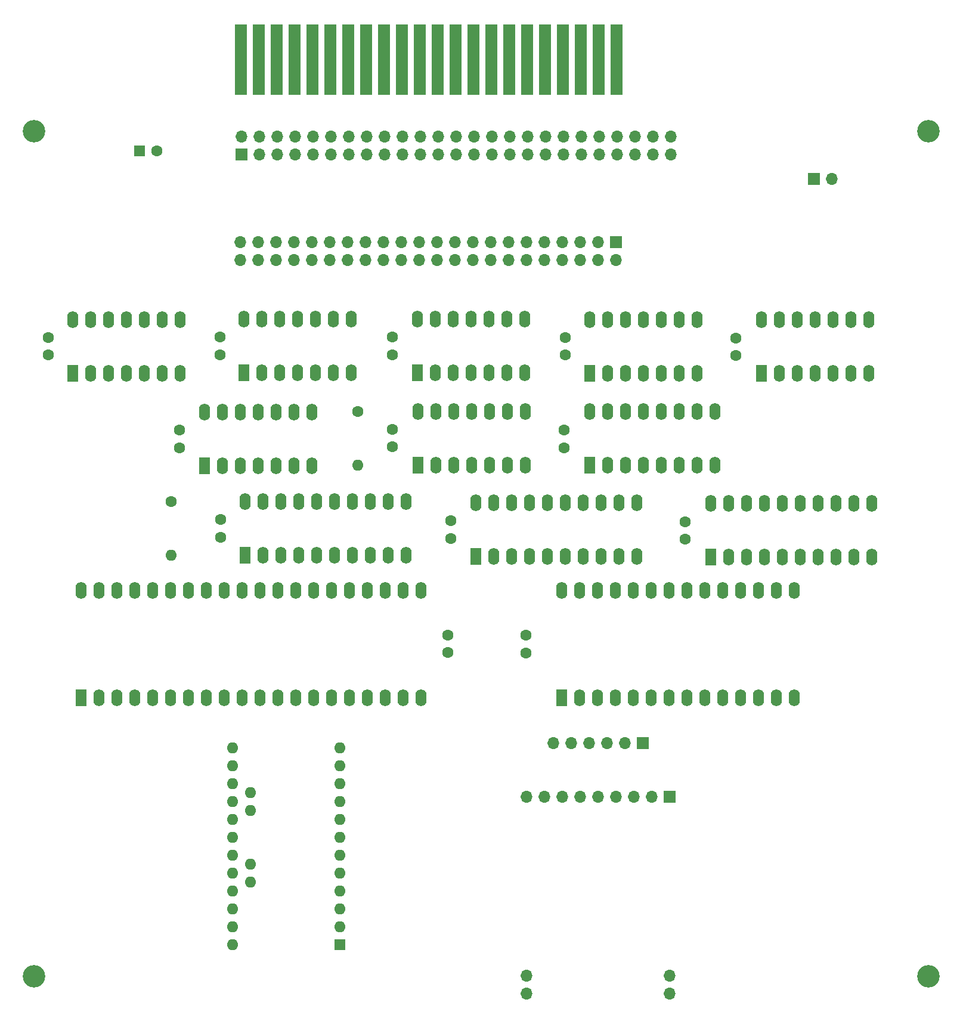
<source format=gbs>
G04 #@! TF.GenerationSoftware,KiCad,Pcbnew,(5.1.9)-1*
G04 #@! TF.CreationDate,2023-09-27T08:09:24+09:00*
G04 #@! TF.ProjectId,X1_SD,58315f53-442e-46b6-9963-61645f706362,rev?*
G04 #@! TF.SameCoordinates,PX1997c20PYbac5f70*
G04 #@! TF.FileFunction,Soldermask,Bot*
G04 #@! TF.FilePolarity,Negative*
%FSLAX46Y46*%
G04 Gerber Fmt 4.6, Leading zero omitted, Abs format (unit mm)*
G04 Created by KiCad (PCBNEW (5.1.9)-1) date 2023-09-27 08:09:24*
%MOMM*%
%LPD*%
G01*
G04 APERTURE LIST*
%ADD10C,3.200000*%
%ADD11R,1.780000X10.000000*%
%ADD12R,1.600000X1.600000*%
%ADD13C,1.600000*%
%ADD14O,1.600000X1.600000*%
%ADD15R,1.600000X2.400000*%
%ADD16O,1.600000X2.400000*%
%ADD17R,1.700000X1.700000*%
%ADD18O,1.700000X1.700000*%
G04 APERTURE END LIST*
D10*
X5000000Y125000000D03*
X132000000Y125000000D03*
X132000000Y5000000D03*
X5000000Y5000000D03*
D11*
X34340000Y135116000D03*
X36880000Y135116000D03*
X39420000Y135116000D03*
X41960000Y135116000D03*
X44500000Y135116000D03*
X47040000Y135116000D03*
X49580000Y135116000D03*
X52120000Y135116000D03*
X54660000Y135116000D03*
X57200000Y135116000D03*
X59740000Y135116000D03*
X62280000Y135116000D03*
X64820000Y135116000D03*
X67360000Y135116000D03*
X69900000Y135116000D03*
X72440000Y135116000D03*
X74980000Y135116000D03*
X77520000Y135116000D03*
X80060000Y135116000D03*
X82600000Y135116000D03*
X85140000Y135116000D03*
X87680000Y135116000D03*
D12*
X19939000Y122174000D03*
D13*
X22439000Y122174000D03*
X6985000Y95710000D03*
X6985000Y93210000D03*
X55880000Y80177000D03*
X55880000Y82677000D03*
X25654000Y82550000D03*
X25654000Y80050000D03*
X80391000Y93210000D03*
X80391000Y95710000D03*
X55880000Y93258000D03*
X55880000Y95758000D03*
X31369000Y95758000D03*
X31369000Y93258000D03*
X104648000Y93131000D03*
X104648000Y95631000D03*
X80264000Y82550000D03*
X80264000Y80050000D03*
D14*
X50927000Y77597000D03*
D13*
X50927000Y85217000D03*
D15*
X10448000Y90630000D03*
D16*
X25688000Y98250000D03*
X12988000Y90630000D03*
X23148000Y98250000D03*
X15528000Y90630000D03*
X20608000Y98250000D03*
X18068000Y90630000D03*
X18068000Y98250000D03*
X20608000Y90630000D03*
X15528000Y98250000D03*
X23148000Y90630000D03*
X12988000Y98250000D03*
X25688000Y90630000D03*
X10448000Y98250000D03*
D15*
X59470000Y77549000D03*
D16*
X74710000Y85169000D03*
X62010000Y77549000D03*
X72170000Y85169000D03*
X64550000Y77549000D03*
X69630000Y85169000D03*
X67090000Y77549000D03*
X67090000Y85169000D03*
X69630000Y77549000D03*
X64550000Y85169000D03*
X72170000Y77549000D03*
X62010000Y85169000D03*
X74710000Y77549000D03*
X59470000Y85169000D03*
X108238000Y98250000D03*
X123478000Y90630000D03*
X110778000Y98250000D03*
X120938000Y90630000D03*
X113318000Y98250000D03*
X118398000Y90630000D03*
X115858000Y98250000D03*
X115858000Y90630000D03*
X118398000Y98250000D03*
X113318000Y90630000D03*
X120938000Y98250000D03*
X110778000Y90630000D03*
X123478000Y98250000D03*
D15*
X108238000Y90630000D03*
D16*
X83854000Y98250000D03*
X99094000Y90630000D03*
X86394000Y98250000D03*
X96554000Y90630000D03*
X88934000Y98250000D03*
X94014000Y90630000D03*
X91474000Y98250000D03*
X91474000Y90630000D03*
X94014000Y98250000D03*
X88934000Y90630000D03*
X96554000Y98250000D03*
X86394000Y90630000D03*
X99094000Y98250000D03*
D15*
X83854000Y90630000D03*
D13*
X31496000Y69850000D03*
X31496000Y67350000D03*
X64135000Y67183000D03*
X64135000Y69683000D03*
X63754000Y53467000D03*
X63754000Y50967000D03*
X97409000Y69556000D03*
X97409000Y67056000D03*
X74803000Y50927000D03*
X74803000Y53427000D03*
D17*
X95250000Y30480000D03*
D18*
X92710000Y30480000D03*
X90170000Y30480000D03*
X87630000Y30480000D03*
X85090000Y30480000D03*
X82550000Y30480000D03*
X80010000Y30480000D03*
X77470000Y30480000D03*
X74930000Y30480000D03*
X74930000Y2540000D03*
X74930000Y5080000D03*
X95250000Y2540000D03*
X95250000Y5080000D03*
D17*
X91440000Y38100000D03*
D18*
X88900000Y38100000D03*
X86360000Y38100000D03*
X83820000Y38100000D03*
X81280000Y38100000D03*
X78740000Y38100000D03*
D13*
X24413000Y72385000D03*
D14*
X24413000Y64765000D03*
D15*
X59436000Y90678000D03*
D16*
X74676000Y98298000D03*
X61976000Y90678000D03*
X72136000Y98298000D03*
X64516000Y90678000D03*
X69596000Y98298000D03*
X67056000Y90678000D03*
X67056000Y98298000D03*
X69596000Y90678000D03*
X64516000Y98298000D03*
X72136000Y90678000D03*
X61976000Y98298000D03*
X74676000Y90678000D03*
X59436000Y98298000D03*
D15*
X29210000Y77470000D03*
D16*
X44450000Y85090000D03*
X31750000Y77470000D03*
X41910000Y85090000D03*
X34290000Y77470000D03*
X39370000Y85090000D03*
X36830000Y77470000D03*
X36830000Y85090000D03*
X39370000Y77470000D03*
X34290000Y85090000D03*
X41910000Y77470000D03*
X31750000Y85090000D03*
X44450000Y77470000D03*
X29210000Y85090000D03*
D15*
X34925000Y64770000D03*
D16*
X57785000Y72390000D03*
X37465000Y64770000D03*
X55245000Y72390000D03*
X40005000Y64770000D03*
X52705000Y72390000D03*
X42545000Y64770000D03*
X50165000Y72390000D03*
X45085000Y64770000D03*
X47625000Y72390000D03*
X47625000Y64770000D03*
X45085000Y72390000D03*
X50165000Y64770000D03*
X42545000Y72390000D03*
X52705000Y64770000D03*
X40005000Y72390000D03*
X55245000Y64770000D03*
X37465000Y72390000D03*
X57785000Y64770000D03*
X34925000Y72390000D03*
X34798000Y98298000D03*
X50038000Y90678000D03*
X37338000Y98298000D03*
X47498000Y90678000D03*
X39878000Y98298000D03*
X44958000Y90678000D03*
X42418000Y98298000D03*
X42418000Y90678000D03*
X44958000Y98298000D03*
X39878000Y90678000D03*
X47498000Y98298000D03*
X37338000Y90678000D03*
X50038000Y98298000D03*
D15*
X34798000Y90678000D03*
D16*
X67691000Y72263000D03*
X90551000Y64643000D03*
X70231000Y72263000D03*
X88011000Y64643000D03*
X72771000Y72263000D03*
X85471000Y64643000D03*
X75311000Y72263000D03*
X82931000Y64643000D03*
X77851000Y72263000D03*
X80391000Y64643000D03*
X80391000Y72263000D03*
X77851000Y64643000D03*
X82931000Y72263000D03*
X75311000Y64643000D03*
X85471000Y72263000D03*
X72771000Y64643000D03*
X88011000Y72263000D03*
X70231000Y64643000D03*
X90551000Y72263000D03*
D15*
X67691000Y64643000D03*
X83862000Y77536000D03*
D16*
X101642000Y85156000D03*
X86402000Y77536000D03*
X99102000Y85156000D03*
X88942000Y77536000D03*
X96562000Y85156000D03*
X91482000Y77536000D03*
X94022000Y85156000D03*
X94022000Y77536000D03*
X91482000Y85156000D03*
X96562000Y77536000D03*
X88942000Y85156000D03*
X99102000Y77536000D03*
X86402000Y85156000D03*
X101642000Y77536000D03*
X83862000Y85156000D03*
D15*
X101092000Y64516000D03*
D16*
X123952000Y72136000D03*
X103632000Y64516000D03*
X121412000Y72136000D03*
X106172000Y64516000D03*
X118872000Y72136000D03*
X108712000Y64516000D03*
X116332000Y72136000D03*
X111252000Y64516000D03*
X113792000Y72136000D03*
X113792000Y64516000D03*
X111252000Y72136000D03*
X116332000Y64516000D03*
X108712000Y72136000D03*
X118872000Y64516000D03*
X106172000Y72136000D03*
X121412000Y64516000D03*
X103632000Y72136000D03*
X123952000Y64516000D03*
X101092000Y72136000D03*
D15*
X11684000Y44577000D03*
D16*
X59944000Y59817000D03*
X14224000Y44577000D03*
X57404000Y59817000D03*
X16764000Y44577000D03*
X54864000Y59817000D03*
X19304000Y44577000D03*
X52324000Y59817000D03*
X21844000Y44577000D03*
X49784000Y59817000D03*
X24384000Y44577000D03*
X47244000Y59817000D03*
X26924000Y44577000D03*
X44704000Y59817000D03*
X29464000Y44577000D03*
X42164000Y59817000D03*
X32004000Y44577000D03*
X39624000Y59817000D03*
X34544000Y44577000D03*
X37084000Y59817000D03*
X37084000Y44577000D03*
X34544000Y59817000D03*
X39624000Y44577000D03*
X32004000Y59817000D03*
X42164000Y44577000D03*
X29464000Y59817000D03*
X44704000Y44577000D03*
X26924000Y59817000D03*
X47244000Y44577000D03*
X24384000Y59817000D03*
X49784000Y44577000D03*
X21844000Y59817000D03*
X52324000Y44577000D03*
X19304000Y59817000D03*
X54864000Y44577000D03*
X16764000Y59817000D03*
X57404000Y44577000D03*
X14224000Y59817000D03*
X59944000Y44577000D03*
X11684000Y59817000D03*
D15*
X79883000Y44577000D03*
D16*
X112903000Y59817000D03*
X82423000Y44577000D03*
X110363000Y59817000D03*
X84963000Y44577000D03*
X107823000Y59817000D03*
X87503000Y44577000D03*
X105283000Y59817000D03*
X90043000Y44577000D03*
X102743000Y59817000D03*
X92583000Y44577000D03*
X100203000Y59817000D03*
X95123000Y44577000D03*
X97663000Y59817000D03*
X97663000Y44577000D03*
X95123000Y59817000D03*
X100203000Y44577000D03*
X92583000Y59817000D03*
X102743000Y44577000D03*
X90043000Y59817000D03*
X105283000Y44577000D03*
X87503000Y59817000D03*
X107823000Y44577000D03*
X84963000Y59817000D03*
X110363000Y44577000D03*
X82423000Y59817000D03*
X112903000Y44577000D03*
X79883000Y59817000D03*
D12*
X48387000Y9525000D03*
D14*
X48387000Y12065000D03*
X48387000Y14605000D03*
X33147000Y37465000D03*
X48387000Y17145000D03*
X33147000Y34925000D03*
X48387000Y19685000D03*
X33147000Y32385000D03*
X48387000Y22225000D03*
X33147000Y29845000D03*
X48387000Y24765000D03*
X33147000Y27305000D03*
X48387000Y27305000D03*
X33147000Y24765000D03*
X48387000Y29845000D03*
X33147000Y22225000D03*
X48387000Y32385000D03*
X33147000Y19685000D03*
X48387000Y34925000D03*
X33147000Y17145000D03*
X48387000Y37465000D03*
X33147000Y14605000D03*
X33147000Y12065000D03*
X33147000Y9525000D03*
X35687000Y18415000D03*
X35687000Y20955000D03*
X35687000Y28575000D03*
X35687000Y31115000D03*
D18*
X34290000Y106680000D03*
X34290000Y109220000D03*
X36830000Y106680000D03*
X36830000Y109220000D03*
X39370000Y106680000D03*
X39370000Y109220000D03*
X41910000Y106680000D03*
X41910000Y109220000D03*
X44450000Y106680000D03*
X44450000Y109220000D03*
X46990000Y106680000D03*
X46990000Y109220000D03*
X49530000Y106680000D03*
X49530000Y109220000D03*
X52070000Y106680000D03*
X52070000Y109220000D03*
X54610000Y106680000D03*
X54610000Y109220000D03*
X57150000Y106680000D03*
X57150000Y109220000D03*
X59690000Y106680000D03*
X59690000Y109220000D03*
X62230000Y106680000D03*
X62230000Y109220000D03*
X64770000Y106680000D03*
X64770000Y109220000D03*
X67310000Y106680000D03*
X67310000Y109220000D03*
X69850000Y106680000D03*
X69850000Y109220000D03*
X72390000Y106680000D03*
X72390000Y109220000D03*
X74930000Y106680000D03*
X74930000Y109220000D03*
X77470000Y106680000D03*
X77470000Y109220000D03*
X80010000Y106680000D03*
X80010000Y109220000D03*
X82550000Y106680000D03*
X82550000Y109220000D03*
X85090000Y106680000D03*
X85090000Y109220000D03*
X87630000Y106680000D03*
D17*
X87630000Y109220000D03*
X34417000Y121666000D03*
D18*
X34417000Y124206000D03*
X36957000Y121666000D03*
X36957000Y124206000D03*
X39497000Y121666000D03*
X39497000Y124206000D03*
X42037000Y121666000D03*
X42037000Y124206000D03*
X44577000Y121666000D03*
X44577000Y124206000D03*
X47117000Y121666000D03*
X47117000Y124206000D03*
X49657000Y121666000D03*
X49657000Y124206000D03*
X52197000Y121666000D03*
X52197000Y124206000D03*
X54737000Y121666000D03*
X54737000Y124206000D03*
X57277000Y121666000D03*
X57277000Y124206000D03*
X59817000Y121666000D03*
X59817000Y124206000D03*
X62357000Y121666000D03*
X62357000Y124206000D03*
X64897000Y121666000D03*
X64897000Y124206000D03*
X67437000Y121666000D03*
X67437000Y124206000D03*
X69977000Y121666000D03*
X69977000Y124206000D03*
X72517000Y121666000D03*
X72517000Y124206000D03*
X75057000Y121666000D03*
X75057000Y124206000D03*
X77597000Y121666000D03*
X77597000Y124206000D03*
X80137000Y121666000D03*
X80137000Y124206000D03*
X82677000Y121666000D03*
X82677000Y124206000D03*
X85217000Y121666000D03*
X85217000Y124206000D03*
X87757000Y121666000D03*
X87757000Y124206000D03*
X90297000Y121666000D03*
X90297000Y124206000D03*
X92837000Y121666000D03*
X92837000Y124206000D03*
X95377000Y121666000D03*
X95377000Y124206000D03*
D17*
X115697000Y118237000D03*
D18*
X118237000Y118237000D03*
M02*

</source>
